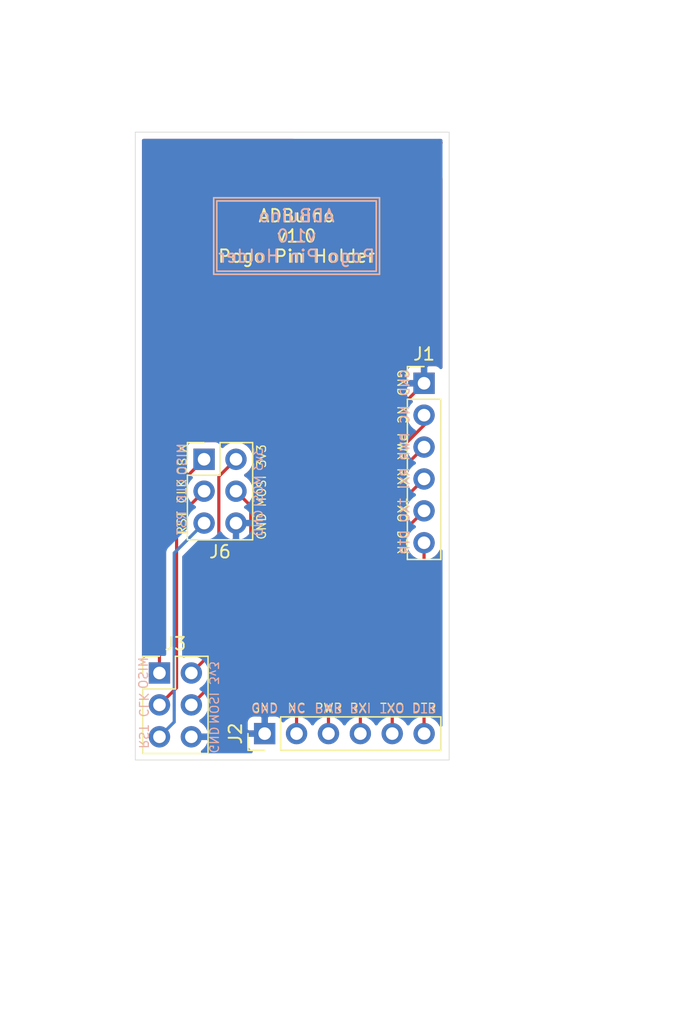
<source format=kicad_pcb>
(kicad_pcb (version 20171130) (host pcbnew "(5.1.9-16-g1737927814)-1")

  (general
    (thickness 1.6)
    (drawings 65)
    (tracks 28)
    (zones 0)
    (modules 4)
    (nets 12)
  )

  (page A4)
  (layers
    (0 F.Cu signal)
    (31 B.Cu signal)
    (32 B.Adhes user)
    (33 F.Adhes user)
    (34 B.Paste user)
    (35 F.Paste user)
    (36 B.SilkS user)
    (37 F.SilkS user)
    (38 B.Mask user)
    (39 F.Mask user)
    (40 Dwgs.User user hide)
    (41 Cmts.User user hide)
    (42 Eco1.User user hide)
    (43 Eco2.User user hide)
    (44 Edge.Cuts user)
    (45 Margin user hide)
    (46 B.CrtYd user)
    (47 F.CrtYd user)
    (48 B.Fab user hide)
    (49 F.Fab user hide)
  )

  (setup
    (last_trace_width 0.25)
    (user_trace_width 0.15)
    (user_trace_width 0.4)
    (trace_clearance 0.2)
    (zone_clearance 0.508)
    (zone_45_only no)
    (trace_min 0.15)
    (via_size 0.8)
    (via_drill 0.4)
    (via_min_size 0.4)
    (via_min_drill 0.3)
    (uvia_size 0.3)
    (uvia_drill 0.1)
    (uvias_allowed no)
    (uvia_min_size 0.2)
    (uvia_min_drill 0.1)
    (edge_width 0.05)
    (segment_width 0.2)
    (pcb_text_width 0.3)
    (pcb_text_size 1.5 1.5)
    (mod_edge_width 0.12)
    (mod_text_size 1 1)
    (mod_text_width 0.15)
    (pad_size 1 1)
    (pad_drill 0)
    (pad_to_mask_clearance 0)
    (aux_axis_origin 76.2 127)
    (visible_elements 7FFFFFFF)
    (pcbplotparams
      (layerselection 0x010fc_ffffffff)
      (usegerberextensions false)
      (usegerberattributes true)
      (usegerberadvancedattributes true)
      (creategerberjobfile true)
      (excludeedgelayer true)
      (linewidth 0.100000)
      (plotframeref false)
      (viasonmask false)
      (mode 1)
      (useauxorigin false)
      (hpglpennumber 1)
      (hpglpenspeed 20)
      (hpglpendiameter 15.000000)
      (psnegative false)
      (psa4output false)
      (plotreference true)
      (plotvalue true)
      (plotinvisibletext false)
      (padsonsilk false)
      (subtractmaskfromsilk false)
      (outputformat 1)
      (mirror false)
      (drillshape 0)
      (scaleselection 1)
      (outputdirectory "gerbers"))
  )

  (net 0 "")
  (net 1 GND)
  (net 2 +3V3)
  (net 3 FTDI_DTR)
  (net 4 FTDI_TXO)
  (net 5 FTDI_RXI)
  (net 6 /RESET)
  (net 7 ATMEGA_SPI_MOSI)
  (net 8 ATMEGA_SPI_MISO)
  (net 9 ATMEGA_SPI_SCLK)
  (net 10 FTDI_PIN_3)
  (net 11 FTDI_CTS)

  (net_class Default "This is the default net class."
    (clearance 0.2)
    (trace_width 0.25)
    (via_dia 0.8)
    (via_drill 0.4)
    (uvia_dia 0.3)
    (uvia_drill 0.1)
    (add_net +3V3)
    (add_net /RESET)
    (add_net ATMEGA_SPI_MISO)
    (add_net ATMEGA_SPI_MOSI)
    (add_net ATMEGA_SPI_SCLK)
    (add_net FTDI_CTS)
    (add_net FTDI_DTR)
    (add_net FTDI_PIN_3)
    (add_net FTDI_RXI)
    (add_net FTDI_TXO)
    (add_net GND)
  )

  (module Connector_PinHeader_2.54mm:PinHeader_2x03_P2.54mm_Vertical (layer F.Cu) (tedit 59FED5CC) (tstamp 6121C014)
    (at 26.924 68.072)
    (descr "Through hole straight pin header, 2x03, 2.54mm pitch, double rows")
    (tags "Through hole pin header THT 2x03 2.54mm double row")
    (path /6122AFBB)
    (fp_text reference J3 (at 1.27 -2.33) (layer F.SilkS)
      (effects (font (size 1 1) (thickness 0.15)))
    )
    (fp_text value "ICSP Programmer" (at 1.27 7.41) (layer F.Fab)
      (effects (font (size 1 1) (thickness 0.15)))
    )
    (fp_text user %R (at 1.27 2.54 90) (layer F.Fab)
      (effects (font (size 1 1) (thickness 0.15)))
    )
    (fp_line (start 0 -1.27) (end 3.81 -1.27) (layer F.Fab) (width 0.1))
    (fp_line (start 3.81 -1.27) (end 3.81 6.35) (layer F.Fab) (width 0.1))
    (fp_line (start 3.81 6.35) (end -1.27 6.35) (layer F.Fab) (width 0.1))
    (fp_line (start -1.27 6.35) (end -1.27 0) (layer F.Fab) (width 0.1))
    (fp_line (start -1.27 0) (end 0 -1.27) (layer F.Fab) (width 0.1))
    (fp_line (start -1.33 6.41) (end 3.87 6.41) (layer F.SilkS) (width 0.12))
    (fp_line (start -1.33 1.27) (end -1.33 6.41) (layer F.SilkS) (width 0.12))
    (fp_line (start 3.87 -1.33) (end 3.87 6.41) (layer F.SilkS) (width 0.12))
    (fp_line (start -1.33 1.27) (end 1.27 1.27) (layer F.SilkS) (width 0.12))
    (fp_line (start 1.27 1.27) (end 1.27 -1.33) (layer F.SilkS) (width 0.12))
    (fp_line (start 1.27 -1.33) (end 3.87 -1.33) (layer F.SilkS) (width 0.12))
    (fp_line (start -1.33 0) (end -1.33 -1.33) (layer F.SilkS) (width 0.12))
    (fp_line (start -1.33 -1.33) (end 0 -1.33) (layer F.SilkS) (width 0.12))
    (fp_line (start -1.8 -1.8) (end -1.8 6.85) (layer F.CrtYd) (width 0.05))
    (fp_line (start -1.8 6.85) (end 4.35 6.85) (layer F.CrtYd) (width 0.05))
    (fp_line (start 4.35 6.85) (end 4.35 -1.8) (layer F.CrtYd) (width 0.05))
    (fp_line (start 4.35 -1.8) (end -1.8 -1.8) (layer F.CrtYd) (width 0.05))
    (pad 6 thru_hole oval (at 2.54 5.08) (size 1.7 1.7) (drill 1) (layers *.Cu *.Mask)
      (net 1 GND))
    (pad 5 thru_hole oval (at 0 5.08) (size 1.7 1.7) (drill 1) (layers *.Cu *.Mask)
      (net 6 /RESET))
    (pad 4 thru_hole oval (at 2.54 2.54) (size 1.7 1.7) (drill 1) (layers *.Cu *.Mask)
      (net 7 ATMEGA_SPI_MOSI))
    (pad 3 thru_hole oval (at 0 2.54) (size 1.7 1.7) (drill 1) (layers *.Cu *.Mask)
      (net 9 ATMEGA_SPI_SCLK))
    (pad 2 thru_hole oval (at 2.54 0) (size 1.7 1.7) (drill 1) (layers *.Cu *.Mask)
      (net 2 +3V3))
    (pad 1 thru_hole rect (at 0 0) (size 1.7 1.7) (drill 1) (layers *.Cu *.Mask)
      (net 8 ATMEGA_SPI_MISO))
    (model ${KISYS3DMOD}/Connector_PinHeader_2.54mm.3dshapes/PinHeader_2x03_P2.54mm_Vertical.wrl
      (at (xyz 0 0 0))
      (scale (xyz 1 1 1))
      (rotate (xyz 0 0 0))
    )
  )

  (module Connector_PinHeader_2.54mm:PinHeader_1x06_P2.54mm_Vertical (layer F.Cu) (tedit 59FED5CC) (tstamp 6121BFF8)
    (at 35.306 72.898 90)
    (descr "Through hole straight pin header, 1x06, 2.54mm pitch, single row")
    (tags "Through hole pin header THT 1x06 2.54mm single row")
    (path /6122DB5F)
    (fp_text reference J2 (at 0 -2.33 90) (layer F.SilkS)
      (effects (font (size 1 1) (thickness 0.15)))
    )
    (fp_text value Conn_01x06_Male (at 0 15.03 90) (layer F.Fab)
      (effects (font (size 1 1) (thickness 0.15)))
    )
    (fp_text user %R (at 0 6.35) (layer F.Fab)
      (effects (font (size 1 1) (thickness 0.15)))
    )
    (fp_line (start -0.635 -1.27) (end 1.27 -1.27) (layer F.Fab) (width 0.1))
    (fp_line (start 1.27 -1.27) (end 1.27 13.97) (layer F.Fab) (width 0.1))
    (fp_line (start 1.27 13.97) (end -1.27 13.97) (layer F.Fab) (width 0.1))
    (fp_line (start -1.27 13.97) (end -1.27 -0.635) (layer F.Fab) (width 0.1))
    (fp_line (start -1.27 -0.635) (end -0.635 -1.27) (layer F.Fab) (width 0.1))
    (fp_line (start -1.33 14.03) (end 1.33 14.03) (layer F.SilkS) (width 0.12))
    (fp_line (start -1.33 1.27) (end -1.33 14.03) (layer F.SilkS) (width 0.12))
    (fp_line (start 1.33 1.27) (end 1.33 14.03) (layer F.SilkS) (width 0.12))
    (fp_line (start -1.33 1.27) (end 1.33 1.27) (layer F.SilkS) (width 0.12))
    (fp_line (start -1.33 0) (end -1.33 -1.33) (layer F.SilkS) (width 0.12))
    (fp_line (start -1.33 -1.33) (end 0 -1.33) (layer F.SilkS) (width 0.12))
    (fp_line (start -1.8 -1.8) (end -1.8 14.5) (layer F.CrtYd) (width 0.05))
    (fp_line (start -1.8 14.5) (end 1.8 14.5) (layer F.CrtYd) (width 0.05))
    (fp_line (start 1.8 14.5) (end 1.8 -1.8) (layer F.CrtYd) (width 0.05))
    (fp_line (start 1.8 -1.8) (end -1.8 -1.8) (layer F.CrtYd) (width 0.05))
    (pad 6 thru_hole oval (at 0 12.7 90) (size 1.7 1.7) (drill 1) (layers *.Cu *.Mask)
      (net 3 FTDI_DTR))
    (pad 5 thru_hole oval (at 0 10.16 90) (size 1.7 1.7) (drill 1) (layers *.Cu *.Mask)
      (net 4 FTDI_TXO))
    (pad 4 thru_hole oval (at 0 7.62 90) (size 1.7 1.7) (drill 1) (layers *.Cu *.Mask)
      (net 5 FTDI_RXI))
    (pad 3 thru_hole oval (at 0 5.08 90) (size 1.7 1.7) (drill 1) (layers *.Cu *.Mask)
      (net 10 FTDI_PIN_3))
    (pad 2 thru_hole oval (at 0 2.54 90) (size 1.7 1.7) (drill 1) (layers *.Cu *.Mask)
      (net 11 FTDI_CTS))
    (pad 1 thru_hole rect (at 0 0 90) (size 1.7 1.7) (drill 1) (layers *.Cu *.Mask)
      (net 1 GND))
    (model ${KISYS3DMOD}/Connector_PinHeader_2.54mm.3dshapes/PinHeader_1x06_P2.54mm_Vertical.wrl
      (at (xyz 0 0 0))
      (scale (xyz 1 1 1))
      (rotate (xyz 0 0 0))
    )
  )

  (module Connector_PinHeader_2.54mm:PinHeader_2x03_P2.54mm_Vertical (layer F.Cu) (tedit 59FED5CC) (tstamp 611A7B75)
    (at 30.48 51.054)
    (descr "Through hole straight pin header, 2x03, 2.54mm pitch, double rows")
    (tags "Through hole pin header THT 2x03 2.54mm double row")
    (path /6128B989)
    (fp_text reference J6 (at 1.27 7.366) (layer F.SilkS)
      (effects (font (size 1 1) (thickness 0.15)))
    )
    (fp_text value "ICSP Programmer" (at 1.27 7.41) (layer F.Fab)
      (effects (font (size 1 1) (thickness 0.15)))
    )
    (fp_line (start 0 -1.27) (end 3.81 -1.27) (layer F.Fab) (width 0.1))
    (fp_line (start 3.81 -1.27) (end 3.81 6.35) (layer F.Fab) (width 0.1))
    (fp_line (start 3.81 6.35) (end -1.27 6.35) (layer F.Fab) (width 0.1))
    (fp_line (start -1.27 6.35) (end -1.27 0) (layer F.Fab) (width 0.1))
    (fp_line (start -1.27 0) (end 0 -1.27) (layer F.Fab) (width 0.1))
    (fp_line (start -1.33 6.41) (end 3.87 6.41) (layer F.SilkS) (width 0.12))
    (fp_line (start -1.33 1.27) (end -1.33 6.41) (layer F.SilkS) (width 0.12))
    (fp_line (start 3.87 -1.33) (end 3.87 6.41) (layer F.SilkS) (width 0.12))
    (fp_line (start -1.33 1.27) (end 1.27 1.27) (layer F.SilkS) (width 0.12))
    (fp_line (start 1.27 1.27) (end 1.27 -1.33) (layer F.SilkS) (width 0.12))
    (fp_line (start 1.27 -1.33) (end 3.87 -1.33) (layer F.SilkS) (width 0.12))
    (fp_line (start -1.33 0) (end -1.33 -1.33) (layer F.SilkS) (width 0.12))
    (fp_line (start -1.33 -1.33) (end 0 -1.33) (layer F.SilkS) (width 0.12))
    (fp_line (start -1.8 -1.8) (end -1.8 6.85) (layer F.CrtYd) (width 0.05))
    (fp_line (start -1.8 6.85) (end 4.35 6.85) (layer F.CrtYd) (width 0.05))
    (fp_line (start 4.35 6.85) (end 4.35 -1.8) (layer F.CrtYd) (width 0.05))
    (fp_line (start 4.35 -1.8) (end -1.8 -1.8) (layer F.CrtYd) (width 0.05))
    (fp_text user %R (at 1.27 2.54 90) (layer F.Fab)
      (effects (font (size 1 1) (thickness 0.15)))
    )
    (pad 6 thru_hole oval (at 2.54 5.08) (size 1.7 1.7) (drill 1) (layers *.Cu *.Mask)
      (net 1 GND))
    (pad 5 thru_hole oval (at 0 5.08) (size 1.7 1.7) (drill 1) (layers *.Cu *.Mask)
      (net 6 /RESET))
    (pad 4 thru_hole oval (at 2.54 2.54) (size 1.7 1.7) (drill 1) (layers *.Cu *.Mask)
      (net 7 ATMEGA_SPI_MOSI))
    (pad 3 thru_hole oval (at 0 2.54) (size 1.7 1.7) (drill 1) (layers *.Cu *.Mask)
      (net 9 ATMEGA_SPI_SCLK))
    (pad 2 thru_hole oval (at 2.54 0) (size 1.7 1.7) (drill 1) (layers *.Cu *.Mask)
      (net 2 +3V3))
    (pad 1 thru_hole rect (at 0 0) (size 1.7 1.7) (drill 1) (layers *.Cu *.Mask)
      (net 8 ATMEGA_SPI_MISO))
    (model ${KISYS3DMOD}/Connector_PinHeader_2.54mm.3dshapes/PinHeader_2x03_P2.54mm_Vertical.wrl
      (at (xyz 0 0 0))
      (scale (xyz 1 1 1))
      (rotate (xyz 0 0 0))
    )
  )

  (module Connector_PinHeader_2.54mm:PinHeader_1x06_P2.54mm_Vertical (layer F.Cu) (tedit 59FED5CC) (tstamp 60E65BF4)
    (at 48 45)
    (descr "Through hole straight pin header, 1x06, 2.54mm pitch, single row")
    (tags "Through hole pin header THT 1x06 2.54mm single row")
    (path /60E93218)
    (fp_text reference J1 (at 0 -2.33) (layer F.SilkS)
      (effects (font (size 1 1) (thickness 0.15)))
    )
    (fp_text value Conn_01x06_Male (at 0 15.03) (layer F.Fab)
      (effects (font (size 1 1) (thickness 0.15)))
    )
    (fp_line (start 1.8 -1.8) (end -1.8 -1.8) (layer F.CrtYd) (width 0.05))
    (fp_line (start 1.8 14.5) (end 1.8 -1.8) (layer F.CrtYd) (width 0.05))
    (fp_line (start -1.8 14.5) (end 1.8 14.5) (layer F.CrtYd) (width 0.05))
    (fp_line (start -1.8 -1.8) (end -1.8 14.5) (layer F.CrtYd) (width 0.05))
    (fp_line (start -1.33 -1.33) (end 0 -1.33) (layer F.SilkS) (width 0.12))
    (fp_line (start -1.33 0) (end -1.33 -1.33) (layer F.SilkS) (width 0.12))
    (fp_line (start -1.33 1.27) (end 1.33 1.27) (layer F.SilkS) (width 0.12))
    (fp_line (start 1.33 1.27) (end 1.33 14.03) (layer F.SilkS) (width 0.12))
    (fp_line (start -1.33 1.27) (end -1.33 14.03) (layer F.SilkS) (width 0.12))
    (fp_line (start -1.33 14.03) (end 1.33 14.03) (layer F.SilkS) (width 0.12))
    (fp_line (start -1.27 -0.635) (end -0.635 -1.27) (layer F.Fab) (width 0.1))
    (fp_line (start -1.27 13.97) (end -1.27 -0.635) (layer F.Fab) (width 0.1))
    (fp_line (start 1.27 13.97) (end -1.27 13.97) (layer F.Fab) (width 0.1))
    (fp_line (start 1.27 -1.27) (end 1.27 13.97) (layer F.Fab) (width 0.1))
    (fp_line (start -0.635 -1.27) (end 1.27 -1.27) (layer F.Fab) (width 0.1))
    (fp_text user %R (at 0 6.35 90) (layer F.Fab)
      (effects (font (size 1 1) (thickness 0.15)))
    )
    (pad 6 thru_hole oval (at 0 12.7) (size 1.7 1.7) (drill 1) (layers *.Cu *.Mask)
      (net 3 FTDI_DTR))
    (pad 5 thru_hole oval (at 0 10.16) (size 1.7 1.7) (drill 1) (layers *.Cu *.Mask)
      (net 4 FTDI_TXO))
    (pad 4 thru_hole oval (at 0 7.62) (size 1.7 1.7) (drill 1) (layers *.Cu *.Mask)
      (net 5 FTDI_RXI))
    (pad 3 thru_hole oval (at 0 5.08) (size 1.7 1.7) (drill 1) (layers *.Cu *.Mask)
      (net 10 FTDI_PIN_3))
    (pad 2 thru_hole oval (at 0 2.54) (size 1.7 1.7) (drill 1) (layers *.Cu *.Mask)
      (net 11 FTDI_CTS))
    (pad 1 thru_hole rect (at 0 0) (size 1.7 1.7) (drill 1) (layers *.Cu *.Mask)
      (net 1 GND))
    (model ${KISYS3DMOD}/Connector_PinHeader_2.54mm.3dshapes/PinHeader_1x06_P2.54mm_Vertical.wrl
      (at (xyz 0 0 0))
      (scale (xyz 1 1 1))
      (rotate (xyz 0 0 0))
    )
  )

  (gr_text RXI (at 42.926 70.866 180) (layer B.SilkS) (tstamp 6121C3CA)
    (effects (font (size 0.7 0.7) (thickness 0.1)) (justify mirror))
  )
  (gr_text GND (at 35.306 70.866 180) (layer B.SilkS) (tstamp 6121C3C9)
    (effects (font (size 0.7 0.7) (thickness 0.1)) (justify mirror))
  )
  (gr_text NC (at 37.846 70.866 180) (layer B.SilkS) (tstamp 6121C3C8)
    (effects (font (size 0.7 0.7) (thickness 0.1)) (justify mirror))
  )
  (gr_text "PWR\n" (at 40.386 70.866 180) (layer B.SilkS) (tstamp 6121C3C7)
    (effects (font (size 0.7 0.7) (thickness 0.1)) (justify mirror))
  )
  (gr_text DTR (at 48.006 70.866 180) (layer B.SilkS) (tstamp 6121C3C6)
    (effects (font (size 0.7 0.7) (thickness 0.1)) (justify mirror))
  )
  (gr_text "TXO\n" (at 45.466 70.866 180) (layer B.SilkS) (tstamp 6121C3C5)
    (effects (font (size 0.7 0.7) (thickness 0.1)) (justify mirror))
  )
  (gr_text "PWR\n" (at 40.386 70.866) (layer F.SilkS) (tstamp 6121C3B1)
    (effects (font (size 0.7 0.7) (thickness 0.1)))
  )
  (gr_text GND (at 35.306 70.866) (layer F.SilkS) (tstamp 6121C3B0)
    (effects (font (size 0.7 0.7) (thickness 0.1)))
  )
  (gr_text "TXO\n" (at 45.466 70.866) (layer F.SilkS) (tstamp 6121C3AF)
    (effects (font (size 0.7 0.7) (thickness 0.1)))
  )
  (gr_text NC (at 37.846 70.866) (layer F.SilkS) (tstamp 6121C3AE)
    (effects (font (size 0.7 0.7) (thickness 0.1)))
  )
  (gr_text RXI (at 42.926 70.866) (layer F.SilkS) (tstamp 6121C3AD)
    (effects (font (size 0.7 0.7) (thickness 0.1)))
  )
  (gr_text DTR (at 48.006 70.866) (layer F.SilkS) (tstamp 6121C3AC)
    (effects (font (size 0.7 0.7) (thickness 0.1)))
  )
  (gr_text 3v3 (at 31.242 68.072 270) (layer B.SilkS) (tstamp 6121C2B3)
    (effects (font (size 0.7 0.7) (thickness 0.1)) (justify mirror))
  )
  (gr_text MISO (at 25.654 68.072 90) (layer B.SilkS) (tstamp 6121C2B2)
    (effects (font (size 0.7 0.7) (thickness 0.1)) (justify mirror))
  )
  (gr_text MOSI (at 31.242 70.866 270) (layer B.SilkS) (tstamp 6121C2B1)
    (effects (font (size 0.7 0.7) (thickness 0.1)) (justify mirror))
  )
  (gr_text CLK (at 25.654 70.612 270) (layer B.SilkS) (tstamp 6121C2B0)
    (effects (font (size 0.7 0.7) (thickness 0.1)) (justify mirror))
  )
  (gr_text RST (at 25.654 73.152 270) (layer B.SilkS) (tstamp 6121C2AF)
    (effects (font (size 0.7 0.7) (thickness 0.1)) (justify mirror))
  )
  (gr_text "GND\n" (at 31.242 73.406 270) (layer B.SilkS) (tstamp 6121C2AE)
    (effects (font (size 0.7 0.7) (thickness 0.1)) (justify mirror))
  )
  (gr_line (start 44.196 30.48) (end 31.496 30.48) (layer F.SilkS) (width 0.12) (tstamp 6121C283))
  (gr_line (start 44.196 36.068) (end 44.196 30.48) (layer F.SilkS) (width 0.12) (tstamp 6121C282))
  (gr_line (start 31.496 36.068) (end 44.196 36.068) (layer F.SilkS) (width 0.12) (tstamp 6121C281))
  (gr_line (start 31.242 36.322) (end 31.242 30.226) (layer F.SilkS) (width 0.12) (tstamp 6121C280))
  (gr_line (start 31.242 30.226) (end 44.45 30.226) (layer F.SilkS) (width 0.12) (tstamp 6121C27F))
  (gr_line (start 31.496 30.48) (end 31.496 36.068) (layer F.SilkS) (width 0.12) (tstamp 6121C27E))
  (gr_line (start 44.45 30.226) (end 44.45 36.322) (layer F.SilkS) (width 0.12) (tstamp 6121C27D))
  (gr_text "ADBuino\nv1.0\nPogo Pin Holder" (at 37.846 33.274) (layer F.SilkS) (tstamp 6121C27C)
    (effects (font (size 1 1) (thickness 0.15)))
  )
  (gr_line (start 44.45 36.322) (end 31.242 36.322) (layer F.SilkS) (width 0.12) (tstamp 6121C27B))
  (gr_line (start 31.242 36.322) (end 44.45 36.322) (layer B.SilkS) (width 0.12) (tstamp 6121C27A))
  (gr_line (start 31.242 30.226) (end 31.242 36.322) (layer B.SilkS) (width 0.12))
  (gr_line (start 44.45 30.226) (end 31.242 30.226) (layer B.SilkS) (width 0.12))
  (gr_line (start 44.45 36.322) (end 44.45 30.226) (layer B.SilkS) (width 0.12))
  (gr_line (start 44.196 30.48) (end 44.196 36.068) (layer B.SilkS) (width 0.12) (tstamp 6121C279))
  (gr_line (start 31.496 30.48) (end 44.196 30.48) (layer B.SilkS) (width 0.12))
  (gr_line (start 31.496 36.068) (end 31.496 30.48) (layer B.SilkS) (width 0.12))
  (gr_line (start 44.196 36.068) (end 31.496 36.068) (layer B.SilkS) (width 0.12))
  (gr_text "ADBuino\nv1.0\nPogo Pin Holder" (at 37.846 33.274) (layer B.SilkS) (tstamp 60FF5051)
    (effects (font (size 1 1) (thickness 0.15)) (justify mirror))
  )
  (gr_text "GND\n" (at 35.052 56.388 90) (layer F.SilkS) (tstamp 6122B00B)
    (effects (font (size 0.7 0.7) (thickness 0.1)))
  )
  (gr_text MOSI (at 35.052 53.594 90) (layer F.SilkS) (tstamp 6122B00A)
    (effects (font (size 0.7 0.7) (thickness 0.1)))
  )
  (gr_text MISO (at 28.702 51.054 270) (layer F.SilkS) (tstamp 6122B009)
    (effects (font (size 0.7 0.7) (thickness 0.1)))
  )
  (gr_text 3v3 (at 35.052 50.8 90) (layer F.SilkS) (tstamp 6122B008)
    (effects (font (size 0.7 0.7) (thickness 0.1)))
  )
  (gr_text RST (at 28.702 56.134 90) (layer F.SilkS) (tstamp 6122B007)
    (effects (font (size 0.7 0.7) (thickness 0.1)))
  )
  (gr_text CLK (at 28.702 53.594 90) (layer F.SilkS) (tstamp 6122B006)
    (effects (font (size 0.7 0.7) (thickness 0.1)))
  )
  (gr_text MISO (at 28.702 51.054 90) (layer B.SilkS) (tstamp 611A95C4)
    (effects (font (size 0.7 0.7) (thickness 0.1)) (justify mirror))
  )
  (gr_text RST (at 28.702 56.134 90) (layer B.SilkS) (tstamp 611A95C4)
    (effects (font (size 0.7 0.7) (thickness 0.1)) (justify mirror))
  )
  (gr_text MOSI (at 34.798 53.594 90) (layer B.SilkS) (tstamp 611A95C4)
    (effects (font (size 0.7 0.7) (thickness 0.1)) (justify mirror))
  )
  (gr_text 3v3 (at 34.798 51.054 90) (layer B.SilkS) (tstamp 611A95C4)
    (effects (font (size 0.7 0.7) (thickness 0.1)) (justify mirror))
  )
  (gr_text "GND\n" (at 34.798 56.134 90) (layer B.SilkS) (tstamp 611A95C4)
    (effects (font (size 0.7 0.7) (thickness 0.1)) (justify mirror))
  )
  (gr_text CLK (at 28.702 53.594 90) (layer B.SilkS)
    (effects (font (size 0.7 0.7) (thickness 0.1)) (justify mirror))
  )
  (gr_text DTR (at 46.482 57.658 90) (layer B.SilkS) (tstamp 60FF3B53)
    (effects (font (size 0.7 0.7) (thickness 0.1)) (justify mirror))
  )
  (gr_text "PWR\n" (at 46.482 50.038 90) (layer B.SilkS) (tstamp 60FF3B52)
    (effects (font (size 0.7 0.7) (thickness 0.1)) (justify mirror))
  )
  (gr_text GND (at 46.482 44.958 90) (layer B.SilkS) (tstamp 60FF3B51)
    (effects (font (size 0.7 0.7) (thickness 0.1)) (justify mirror))
  )
  (gr_text NC (at 46.482 47.498 90) (layer B.SilkS) (tstamp 60FF3B50)
    (effects (font (size 0.7 0.7) (thickness 0.1)) (justify mirror))
  )
  (gr_text RXI (at 46.482 52.578 90) (layer B.SilkS) (tstamp 60FF3B4F)
    (effects (font (size 0.7 0.7) (thickness 0.1)) (justify mirror))
  )
  (gr_text "TXO\n" (at 46.482 55.118 90) (layer B.SilkS) (tstamp 60FF3B4E)
    (effects (font (size 0.7 0.7) (thickness 0.1)) (justify mirror))
  )
  (gr_text "PWR\n" (at 46.228 50.038 270) (layer F.SilkS) (tstamp 60E76D2D)
    (effects (font (size 0.7 0.7) (thickness 0.1)))
  )
  (gr_text DTR (at 46.228 57.658 270) (layer F.SilkS) (tstamp 60E76D2D)
    (effects (font (size 0.7 0.7) (thickness 0.1)))
  )
  (gr_text "TXO\n" (at 46.228 55.118 270) (layer F.SilkS) (tstamp 60E76D2D)
    (effects (font (size 0.7 0.7) (thickness 0.1)))
  )
  (gr_text RXI (at 46.228 52.578 270) (layer F.SilkS) (tstamp 60E76D2D)
    (effects (font (size 0.7 0.7) (thickness 0.1)))
  )
  (gr_text NC (at 46.228 47.498 -90) (layer F.SilkS) (tstamp 60E76D2D)
    (effects (font (size 0.7 0.7) (thickness 0.1)))
  )
  (gr_text GND (at 46.228 44.958 270) (layer F.SilkS) (tstamp 60E76BA0)
    (effects (font (size 0.7 0.7) (thickness 0.1)))
  )
  (gr_text "BAD WOLF" (at 43.942 26.67) (layer F.Cu)
    (effects (font (size 1.5 1.5) (thickness 0.3)))
  )
  (gr_line (start 25 75) (end 25 25) (layer Edge.Cuts) (width 0.05) (tstamp 60FDCC14))
  (gr_line (start 50 25) (end 50 75) (layer Edge.Cuts) (width 0.05) (tstamp 60FDCC35))
  (gr_line (start 25 25) (end 50 25) (layer Edge.Cuts) (width 0.05) (tstamp 60FDCC17))
  (gr_line (start 50 75) (end 25 75) (layer Edge.Cuts) (width 0.05))

  (segment (start 35.306 57.694) (end 48 45) (width 0.25) (layer F.Cu) (net 1))
  (segment (start 35.306 72.898) (end 35.306 57.694) (width 0.25) (layer F.Cu) (net 1))
  (segment (start 31.655001 52.418999) (end 33.02 51.054) (width 0.25) (layer F.Cu) (net 2))
  (segment (start 31.655001 65.880999) (end 31.655001 52.418999) (width 0.25) (layer F.Cu) (net 2))
  (segment (start 29.464 68.072) (end 31.655001 65.880999) (width 0.25) (layer F.Cu) (net 2))
  (segment (start 48 72.892) (end 48.006 72.898) (width 0.25) (layer F.Cu) (net 3))
  (segment (start 48 57.7) (end 48 72.892) (width 0.25) (layer F.Cu) (net 3))
  (segment (start 45.466 57.694) (end 48 55.16) (width 0.25) (layer F.Cu) (net 4))
  (segment (start 45.466 72.898) (end 45.466 57.694) (width 0.25) (layer F.Cu) (net 4))
  (segment (start 42.926 57.694) (end 48 52.62) (width 0.25) (layer F.Cu) (net 5))
  (segment (start 42.926 72.898) (end 42.926 57.694) (width 0.25) (layer F.Cu) (net 5))
  (segment (start 28.099001 58.514999) (end 30.48 56.134) (width 0.25) (layer B.Cu) (net 6))
  (segment (start 28.099001 71.976999) (end 28.099001 58.514999) (width 0.25) (layer B.Cu) (net 6))
  (segment (start 26.924 73.152) (end 28.099001 71.976999) (width 0.25) (layer B.Cu) (net 6))
  (segment (start 33.02 53.594) (end 33.782 53.594) (width 0.15) (layer B.Cu) (net 7) (status 30))
  (segment (start 34.195001 54.769001) (end 33.02 53.594) (width 0.25) (layer F.Cu) (net 7))
  (segment (start 34.195001 65.880999) (end 34.195001 54.769001) (width 0.25) (layer F.Cu) (net 7))
  (segment (start 29.464 70.612) (end 34.195001 65.880999) (width 0.25) (layer F.Cu) (net 7))
  (segment (start 26.924 54.61) (end 30.48 51.054) (width 0.25) (layer F.Cu) (net 8))
  (segment (start 26.924 68.072) (end 26.924 54.61) (width 0.25) (layer F.Cu) (net 8))
  (segment (start 28.288999 55.785001) (end 30.48 53.594) (width 0.25) (layer F.Cu) (net 9))
  (segment (start 28.288999 69.247001) (end 28.288999 55.785001) (width 0.25) (layer F.Cu) (net 9))
  (segment (start 26.924 70.612) (end 28.288999 69.247001) (width 0.25) (layer F.Cu) (net 9))
  (segment (start 40.386 57.694) (end 48 50.08) (width 0.25) (layer F.Cu) (net 10))
  (segment (start 40.386 72.898) (end 40.386 57.694) (width 0.25) (layer F.Cu) (net 10))
  (segment (start 48 48.340998) (end 48 47.54) (width 0.25) (layer F.Cu) (net 11))
  (segment (start 37.846 58.494998) (end 48 48.340998) (width 0.25) (layer F.Cu) (net 11))
  (segment (start 37.846 72.898) (end 37.846 58.494998) (width 0.25) (layer F.Cu) (net 11))

  (zone (net 1) (net_name GND) (layer F.Cu) (tstamp 612277B6) (hatch edge 0.508)
    (connect_pads (clearance 0.508))
    (min_thickness 0.254)
    (fill yes (arc_segments 32) (thermal_gap 0.508) (thermal_bridge_width 0.508))
    (polygon
      (pts
        (xy 69.342 96.012) (xy 14.224 96.012) (xy 14.224 14.478) (xy 69.342 14.478)
      )
    )
    (filled_polygon
      (pts
        (xy 37.549857 28.7) (xy 49.34 28.7) (xy 49.34 43.746112) (xy 49.301185 43.698815) (xy 49.204494 43.619463)
        (xy 49.09418 43.560498) (xy 48.974482 43.524188) (xy 48.85 43.511928) (xy 48.28575 43.515) (xy 48.127 43.67375)
        (xy 48.127 44.873) (xy 48.147 44.873) (xy 48.147 45.127) (xy 48.127 45.127) (xy 48.127 45.147)
        (xy 47.873 45.147) (xy 47.873 45.127) (xy 46.67375 45.127) (xy 46.515 45.28575) (xy 46.511928 45.85)
        (xy 46.524188 45.974482) (xy 46.560498 46.09418) (xy 46.619463 46.204494) (xy 46.698815 46.301185) (xy 46.795506 46.380537)
        (xy 46.90582 46.439502) (xy 46.97838 46.461513) (xy 46.846525 46.593368) (xy 46.68401 46.836589) (xy 46.572068 47.106842)
        (xy 46.515 47.39374) (xy 46.515 47.68626) (xy 46.572068 47.973158) (xy 46.68401 48.243411) (xy 46.819704 48.446492)
        (xy 37.334998 57.931199) (xy 37.306 57.954997) (xy 37.282202 57.983995) (xy 37.282201 57.983996) (xy 37.211026 58.070722)
        (xy 37.140454 58.202752) (xy 37.11018 58.302556) (xy 37.102167 58.328974) (xy 37.096998 58.346013) (xy 37.082324 58.494998)
        (xy 37.086001 58.53233) (xy 37.086 71.619821) (xy 36.899368 71.744525) (xy 36.767513 71.87638) (xy 36.745502 71.80382)
        (xy 36.686537 71.693506) (xy 36.607185 71.596815) (xy 36.510494 71.517463) (xy 36.40018 71.458498) (xy 36.280482 71.422188)
        (xy 36.156 71.409928) (xy 35.59175 71.413) (xy 35.433 71.57175) (xy 35.433 72.771) (xy 35.453 72.771)
        (xy 35.453 73.025) (xy 35.433 73.025) (xy 35.433 73.045) (xy 35.179 73.045) (xy 35.179 73.025)
        (xy 33.97975 73.025) (xy 33.821 73.18375) (xy 33.817928 73.748) (xy 33.830188 73.872482) (xy 33.866498 73.99218)
        (xy 33.925463 74.102494) (xy 34.004815 74.199185) (xy 34.101506 74.278537) (xy 34.21182 74.337502) (xy 34.220055 74.34)
        (xy 30.353318 74.34) (xy 30.561588 74.152269) (xy 30.735641 73.91892) (xy 30.860825 73.656099) (xy 30.905476 73.50889)
        (xy 30.784155 73.279) (xy 29.591 73.279) (xy 29.591 73.299) (xy 29.337 73.299) (xy 29.337 73.279)
        (xy 29.317 73.279) (xy 29.317 73.025) (xy 29.337 73.025) (xy 29.337 73.005) (xy 29.591 73.005)
        (xy 29.591 73.025) (xy 30.784155 73.025) (xy 30.905476 72.79511) (xy 30.860825 72.647901) (xy 30.735641 72.38508)
        (xy 30.561588 72.151731) (xy 30.446509 72.048) (xy 33.817928 72.048) (xy 33.821 72.61225) (xy 33.97975 72.771)
        (xy 35.179 72.771) (xy 35.179 71.57175) (xy 35.02025 71.413) (xy 34.456 71.409928) (xy 34.331518 71.422188)
        (xy 34.21182 71.458498) (xy 34.101506 71.517463) (xy 34.004815 71.596815) (xy 33.925463 71.693506) (xy 33.866498 71.80382)
        (xy 33.830188 71.923518) (xy 33.817928 72.048) (xy 30.446509 72.048) (xy 30.345355 71.956822) (xy 30.228466 71.887195)
        (xy 30.410632 71.765475) (xy 30.617475 71.558632) (xy 30.77999 71.315411) (xy 30.891932 71.045158) (xy 30.949 70.75826)
        (xy 30.949 70.46574) (xy 30.905209 70.245592) (xy 34.706005 66.444797) (xy 34.735002 66.421) (xy 34.829975 66.305275)
        (xy 34.900547 66.173246) (xy 34.944004 66.029985) (xy 34.955001 65.918332) (xy 34.955001 65.918324) (xy 34.958677 65.880999)
        (xy 34.955001 65.843674) (xy 34.955001 54.806323) (xy 34.958677 54.769) (xy 34.955001 54.731677) (xy 34.955001 54.731668)
        (xy 34.944004 54.620015) (xy 34.900547 54.476754) (xy 34.829975 54.344725) (xy 34.735002 54.229) (xy 34.706004 54.205202)
        (xy 34.46121 53.960408) (xy 34.505 53.74026) (xy 34.505 53.44774) (xy 34.447932 53.160842) (xy 34.33599 52.890589)
        (xy 34.173475 52.647368) (xy 33.966632 52.440525) (xy 33.79224 52.324) (xy 33.966632 52.207475) (xy 34.173475 52.000632)
        (xy 34.33599 51.757411) (xy 34.447932 51.487158) (xy 34.505 51.20026) (xy 34.505 50.90774) (xy 34.447932 50.620842)
        (xy 34.33599 50.350589) (xy 34.173475 50.107368) (xy 33.966632 49.900525) (xy 33.723411 49.73801) (xy 33.453158 49.626068)
        (xy 33.16626 49.569) (xy 32.87374 49.569) (xy 32.586842 49.626068) (xy 32.316589 49.73801) (xy 32.073368 49.900525)
        (xy 31.941513 50.03238) (xy 31.919502 49.95982) (xy 31.860537 49.849506) (xy 31.781185 49.752815) (xy 31.684494 49.673463)
        (xy 31.57418 49.614498) (xy 31.454482 49.578188) (xy 31.33 49.565928) (xy 29.63 49.565928) (xy 29.505518 49.578188)
        (xy 29.38582 49.614498) (xy 29.275506 49.673463) (xy 29.178815 49.752815) (xy 29.099463 49.849506) (xy 29.040498 49.95982)
        (xy 29.004188 50.079518) (xy 28.991928 50.204) (xy 28.991928 51.46727) (xy 26.412998 54.046201) (xy 26.384 54.069999)
        (xy 26.360202 54.098997) (xy 26.360201 54.098998) (xy 26.289026 54.185724) (xy 26.218454 54.317754) (xy 26.210273 54.344725)
        (xy 26.176341 54.456589) (xy 26.174998 54.461015) (xy 26.160324 54.61) (xy 26.164001 54.647332) (xy 26.164 66.583928)
        (xy 26.074 66.583928) (xy 25.949518 66.596188) (xy 25.82982 66.632498) (xy 25.719506 66.691463) (xy 25.66 66.740298)
        (xy 25.66 44.15) (xy 46.511928 44.15) (xy 46.515 44.71425) (xy 46.67375 44.873) (xy 47.873 44.873)
        (xy 47.873 43.67375) (xy 47.71425 43.515) (xy 47.15 43.511928) (xy 47.025518 43.524188) (xy 46.90582 43.560498)
        (xy 46.795506 43.619463) (xy 46.698815 43.698815) (xy 46.619463 43.795506) (xy 46.560498 43.90582) (xy 46.524188 44.025518)
        (xy 46.511928 44.15) (xy 25.66 44.15) (xy 25.66 25.66) (xy 37.549857 25.66)
      )
    )
    (filled_polygon
      (pts
        (xy 33.147 56.007) (xy 33.167 56.007) (xy 33.167 56.261) (xy 33.147 56.261) (xy 33.147 57.454814)
        (xy 33.376891 57.575481) (xy 33.435002 57.554867) (xy 33.435001 65.566197) (xy 30.949 68.052199) (xy 30.949 67.92574)
        (xy 30.905209 67.705592) (xy 32.166005 66.444797) (xy 32.195002 66.421) (xy 32.289975 66.305275) (xy 32.360547 66.173246)
        (xy 32.404004 66.029985) (xy 32.415001 65.918332) (xy 32.415001 65.918323) (xy 32.418677 65.881) (xy 32.415001 65.843677)
        (xy 32.415001 57.48747) (xy 32.663109 57.575481) (xy 32.893 57.454814) (xy 32.893 56.261) (xy 32.873 56.261)
        (xy 32.873 56.007) (xy 32.893 56.007) (xy 32.893 55.987) (xy 33.147 55.987)
      )
    )
  )
  (zone (net 1) (net_name GND) (layer B.Cu) (tstamp 612277B3) (hatch edge 0.508)
    (connect_pads (clearance 0.508))
    (min_thickness 0.254)
    (fill yes (arc_segments 32) (thermal_gap 0.508) (thermal_bridge_width 0.508))
    (polygon
      (pts
        (xy 69.342 96.012) (xy 14.224 96.012) (xy 14.224 14.478) (xy 69.342 14.478)
      )
    )
    (filled_polygon
      (pts
        (xy 49.34 43.746112) (xy 49.301185 43.698815) (xy 49.204494 43.619463) (xy 49.09418 43.560498) (xy 48.974482 43.524188)
        (xy 48.85 43.511928) (xy 48.28575 43.515) (xy 48.127 43.67375) (xy 48.127 44.873) (xy 48.147 44.873)
        (xy 48.147 45.127) (xy 48.127 45.127) (xy 48.127 45.147) (xy 47.873 45.147) (xy 47.873 45.127)
        (xy 46.67375 45.127) (xy 46.515 45.28575) (xy 46.511928 45.85) (xy 46.524188 45.974482) (xy 46.560498 46.09418)
        (xy 46.619463 46.204494) (xy 46.698815 46.301185) (xy 46.795506 46.380537) (xy 46.90582 46.439502) (xy 46.97838 46.461513)
        (xy 46.846525 46.593368) (xy 46.68401 46.836589) (xy 46.572068 47.106842) (xy 46.515 47.39374) (xy 46.515 47.68626)
        (xy 46.572068 47.973158) (xy 46.68401 48.243411) (xy 46.846525 48.486632) (xy 47.053368 48.693475) (xy 47.22776 48.81)
        (xy 47.053368 48.926525) (xy 46.846525 49.133368) (xy 46.68401 49.376589) (xy 46.572068 49.646842) (xy 46.515 49.93374)
        (xy 46.515 50.22626) (xy 46.572068 50.513158) (xy 46.68401 50.783411) (xy 46.846525 51.026632) (xy 47.053368 51.233475)
        (xy 47.22776 51.35) (xy 47.053368 51.466525) (xy 46.846525 51.673368) (xy 46.68401 51.916589) (xy 46.572068 52.186842)
        (xy 46.515 52.47374) (xy 46.515 52.76626) (xy 46.572068 53.053158) (xy 46.68401 53.323411) (xy 46.846525 53.566632)
        (xy 47.053368 53.773475) (xy 47.22776 53.89) (xy 47.053368 54.006525) (xy 46.846525 54.213368) (xy 46.68401 54.456589)
        (xy 46.572068 54.726842) (xy 46.515 55.01374) (xy 46.515 55.30626) (xy 46.572068 55.593158) (xy 46.68401 55.863411)
        (xy 46.846525 56.106632) (xy 47.053368 56.313475) (xy 47.22776 56.43) (xy 47.053368 56.546525) (xy 46.846525 56.753368)
        (xy 46.68401 56.996589) (xy 46.572068 57.266842) (xy 46.515 57.55374) (xy 46.515 57.84626) (xy 46.572068 58.133158)
        (xy 46.68401 58.403411) (xy 46.846525 58.646632) (xy 47.053368 58.853475) (xy 47.296589 59.01599) (xy 47.566842 59.127932)
        (xy 47.85374 59.185) (xy 48.14626 59.185) (xy 48.433158 59.127932) (xy 48.703411 59.01599) (xy 48.946632 58.853475)
        (xy 49.153475 58.646632) (xy 49.31599 58.403411) (xy 49.340001 58.345444) (xy 49.340001 72.238071) (xy 49.32199 72.194589)
        (xy 49.159475 71.951368) (xy 48.952632 71.744525) (xy 48.709411 71.58201) (xy 48.439158 71.470068) (xy 48.15226 71.413)
        (xy 47.85974 71.413) (xy 47.572842 71.470068) (xy 47.302589 71.58201) (xy 47.059368 71.744525) (xy 46.852525 71.951368)
        (xy 46.736 72.12576) (xy 46.619475 71.951368) (xy 46.412632 71.744525) (xy 46.169411 71.58201) (xy 45.899158 71.470068)
        (xy 45.61226 71.413) (xy 45.31974 71.413) (xy 45.032842 71.470068) (xy 44.762589 71.58201) (xy 44.519368 71.744525)
        (xy 44.312525 71.951368) (xy 44.196 72.12576) (xy 44.079475 71.951368) (xy 43.872632 71.744525) (xy 43.629411 71.58201)
        (xy 43.359158 71.470068) (xy 43.07226 71.413) (xy 42.77974 71.413) (xy 42.492842 71.470068) (xy 42.222589 71.58201)
        (xy 41.979368 71.744525) (xy 41.772525 71.951368) (xy 41.656 72.12576) (xy 41.539475 71.951368) (xy 41.332632 71.744525)
        (xy 41.089411 71.58201) (xy 40.819158 71.470068) (xy 40.53226 71.413) (xy 40.23974 71.413) (xy 39.952842 71.470068)
        (xy 39.682589 71.58201) (xy 39.439368 71.744525) (xy 39.232525 71.951368) (xy 39.116 72.12576) (xy 38.999475 71.951368)
        (xy 38.792632 71.744525) (xy 38.549411 71.58201) (xy 38.279158 71.470068) (xy 37.99226 71.413) (xy 37.69974 71.413)
        (xy 37.412842 71.470068) (xy 37.142589 71.58201) (xy 36.899368 71.744525) (xy 36.767513 71.87638) (xy 36.745502 71.80382)
        (xy 36.686537 71.693506) (xy 36.607185 71.596815) (xy 36.510494 71.517463) (xy 36.40018 71.458498) (xy 36.280482 71.422188)
        (xy 36.156 71.409928) (xy 35.59175 71.413) (xy 35.433 71.57175) (xy 35.433 72.771) (xy 35.453 72.771)
        (xy 35.453 73.025) (xy 35.433 73.025) (xy 35.433 73.045) (xy 35.179 73.045) (xy 35.179 73.025)
        (xy 33.97975 73.025) (xy 33.821 73.18375) (xy 33.817928 73.748) (xy 33.830188 73.872482) (xy 33.866498 73.99218)
        (xy 33.925463 74.102494) (xy 34.004815 74.199185) (xy 34.101506 74.278537) (xy 34.21182 74.337502) (xy 34.220055 74.34)
        (xy 30.353318 74.34) (xy 30.561588 74.152269) (xy 30.735641 73.91892) (xy 30.860825 73.656099) (xy 30.905476 73.50889)
        (xy 30.784155 73.279) (xy 29.591 73.279) (xy 29.591 73.299) (xy 29.337 73.299) (xy 29.337 73.279)
        (xy 29.317 73.279) (xy 29.317 73.025) (xy 29.337 73.025) (xy 29.337 73.005) (xy 29.591 73.005)
        (xy 29.591 73.025) (xy 30.784155 73.025) (xy 30.905476 72.79511) (xy 30.860825 72.647901) (xy 30.735641 72.38508)
        (xy 30.561588 72.151731) (xy 30.446509 72.048) (xy 33.817928 72.048) (xy 33.821 72.61225) (xy 33.97975 72.771)
        (xy 35.179 72.771) (xy 35.179 71.57175) (xy 35.02025 71.413) (xy 34.456 71.409928) (xy 34.331518 71.422188)
        (xy 34.21182 71.458498) (xy 34.101506 71.517463) (xy 34.004815 71.596815) (xy 33.925463 71.693506) (xy 33.866498 71.80382)
        (xy 33.830188 71.923518) (xy 33.817928 72.048) (xy 30.446509 72.048) (xy 30.345355 71.956822) (xy 30.228466 71.887195)
        (xy 30.410632 71.765475) (xy 30.617475 71.558632) (xy 30.77999 71.315411) (xy 30.891932 71.045158) (xy 30.949 70.75826)
        (xy 30.949 70.46574) (xy 30.891932 70.178842) (xy 30.77999 69.908589) (xy 30.617475 69.665368) (xy 30.410632 69.458525)
        (xy 30.23624 69.342) (xy 30.410632 69.225475) (xy 30.617475 69.018632) (xy 30.77999 68.775411) (xy 30.891932 68.505158)
        (xy 30.949 68.21826) (xy 30.949 67.92574) (xy 30.891932 67.638842) (xy 30.77999 67.368589) (xy 30.617475 67.125368)
        (xy 30.410632 66.918525) (xy 30.167411 66.75601) (xy 29.897158 66.644068) (xy 29.61026 66.587) (xy 29.31774 66.587)
        (xy 29.030842 66.644068) (xy 28.859001 66.715247) (xy 28.859001 58.8298) (xy 30.113592 57.57521) (xy 30.33374 57.619)
        (xy 30.62626 57.619) (xy 30.913158 57.561932) (xy 31.183411 57.44999) (xy 31.426632 57.287475) (xy 31.633475 57.080632)
        (xy 31.7511 56.904594) (xy 31.922412 57.134269) (xy 32.138645 57.329178) (xy 32.388748 57.478157) (xy 32.663109 57.575481)
        (xy 32.893 57.454814) (xy 32.893 56.261) (xy 33.147 56.261) (xy 33.147 57.454814) (xy 33.376891 57.575481)
        (xy 33.651252 57.478157) (xy 33.901355 57.329178) (xy 34.117588 57.134269) (xy 34.291641 56.90092) (xy 34.416825 56.638099)
        (xy 34.461476 56.49089) (xy 34.340155 56.261) (xy 33.147 56.261) (xy 32.893 56.261) (xy 32.873 56.261)
        (xy 32.873 56.007) (xy 32.893 56.007) (xy 32.893 55.987) (xy 33.147 55.987) (xy 33.147 56.007)
        (xy 34.340155 56.007) (xy 34.461476 55.77711) (xy 34.416825 55.629901) (xy 34.291641 55.36708) (xy 34.117588 55.133731)
        (xy 33.901355 54.938822) (xy 33.784466 54.869195) (xy 33.966632 54.747475) (xy 34.173475 54.540632) (xy 34.33599 54.297411)
        (xy 34.447932 54.027158) (xy 34.505 53.74026) (xy 34.505 53.44774) (xy 34.447932 53.160842) (xy 34.33599 52.890589)
        (xy 34.173475 52.647368) (xy 33.966632 52.440525) (xy 33.79224 52.324) (xy 33.966632 52.207475) (xy 34.173475 52.000632)
        (xy 34.33599 51.757411) (xy 34.447932 51.487158) (xy 34.505 51.20026) (xy 34.505 50.90774) (xy 34.447932 50.620842)
        (xy 34.33599 50.350589) (xy 34.173475 50.107368) (xy 33.966632 49.900525) (xy 33.723411 49.73801) (xy 33.453158 49.626068)
        (xy 33.16626 49.569) (xy 32.87374 49.569) (xy 32.586842 49.626068) (xy 32.316589 49.73801) (xy 32.073368 49.900525)
        (xy 31.941513 50.03238) (xy 31.919502 49.95982) (xy 31.860537 49.849506) (xy 31.781185 49.752815) (xy 31.684494 49.673463)
        (xy 31.57418 49.614498) (xy 31.454482 49.578188) (xy 31.33 49.565928) (xy 29.63 49.565928) (xy 29.505518 49.578188)
        (xy 29.38582 49.614498) (xy 29.275506 49.673463) (xy 29.178815 49.752815) (xy 29.099463 49.849506) (xy 29.040498 49.95982)
        (xy 29.004188 50.079518) (xy 28.991928 50.204) (xy 28.991928 51.904) (xy 29.004188 52.028482) (xy 29.040498 52.14818)
        (xy 29.099463 52.258494) (xy 29.178815 52.355185) (xy 29.275506 52.434537) (xy 29.38582 52.493502) (xy 29.45838 52.515513)
        (xy 29.326525 52.647368) (xy 29.16401 52.890589) (xy 29.052068 53.160842) (xy 28.995 53.44774) (xy 28.995 53.74026)
        (xy 29.052068 54.027158) (xy 29.16401 54.297411) (xy 29.326525 54.540632) (xy 29.533368 54.747475) (xy 29.70776 54.864)
        (xy 29.533368 54.980525) (xy 29.326525 55.187368) (xy 29.16401 55.430589) (xy 29.052068 55.700842) (xy 28.995 55.98774)
        (xy 28.995 56.28026) (xy 29.03879 56.500408) (xy 27.587999 57.9512) (xy 27.559001 57.974998) (xy 27.535203 58.003996)
        (xy 27.535202 58.003997) (xy 27.464027 58.090723) (xy 27.393455 58.222753) (xy 27.349999 58.366014) (xy 27.335325 58.514999)
        (xy 27.339002 58.552331) (xy 27.339001 66.583928) (xy 26.074 66.583928) (xy 25.949518 66.596188) (xy 25.82982 66.632498)
        (xy 25.719506 66.691463) (xy 25.66 66.740298) (xy 25.66 44.15) (xy 46.511928 44.15) (xy 46.515 44.71425)
        (xy 46.67375 44.873) (xy 47.873 44.873) (xy 47.873 43.67375) (xy 47.71425 43.515) (xy 47.15 43.511928)
        (xy 47.025518 43.524188) (xy 46.90582 43.560498) (xy 46.795506 43.619463) (xy 46.698815 43.698815) (xy 46.619463 43.795506)
        (xy 46.560498 43.90582) (xy 46.524188 44.025518) (xy 46.511928 44.15) (xy 25.66 44.15) (xy 25.66 25.66)
        (xy 49.34 25.66)
      )
    )
  )
)

</source>
